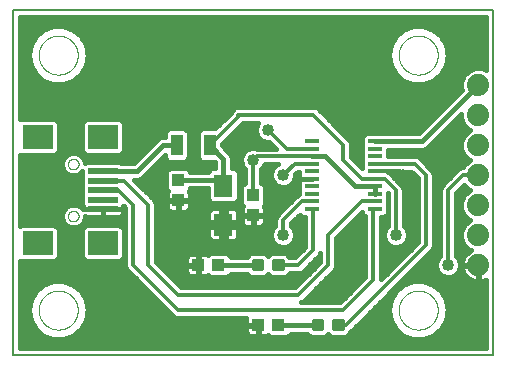
<source format=gtl>
G75*
%MOIN*%
%OFA0B0*%
%FSLAX25Y25*%
%IPPOS*%
%LPD*%
%AMOC8*
5,1,8,0,0,1.08239X$1,22.5*
%
%ADD10C,0.00800*%
%ADD11R,0.03937X0.04331*%
%ADD12R,0.06299X0.07480*%
%ADD13C,0.01181*%
%ADD14R,0.03937X0.07087*%
%ADD15C,0.07400*%
%ADD16R,0.09843X0.01969*%
%ADD17R,0.09843X0.07874*%
%ADD18C,0.00000*%
%ADD19R,0.04331X0.03937*%
%ADD20R,0.04500X0.01500*%
%ADD21C,0.01200*%
%ADD22C,0.01600*%
%ADD23C,0.04000*%
%ADD24C,0.04362*%
D10*
X0088333Y0050000D02*
X0088333Y0164961D01*
X0248333Y0165000D01*
X0248333Y0050000D01*
X0088333Y0050000D01*
D11*
X0168333Y0096654D03*
X0168333Y0103346D03*
X0143333Y0101654D03*
X0143333Y0108346D03*
D12*
X0158333Y0106496D03*
X0158333Y0093504D03*
D13*
X0171259Y0081378D02*
X0171259Y0078622D01*
X0168503Y0078622D01*
X0168503Y0081378D01*
X0171259Y0081378D01*
X0171259Y0079802D02*
X0168503Y0079802D01*
X0168503Y0080982D02*
X0171259Y0080982D01*
X0178164Y0081378D02*
X0178164Y0078622D01*
X0175408Y0078622D01*
X0175408Y0081378D01*
X0178164Y0081378D01*
X0178164Y0079802D02*
X0175408Y0079802D01*
X0175408Y0080982D02*
X0178164Y0080982D01*
X0191259Y0061378D02*
X0191259Y0058622D01*
X0188503Y0058622D01*
X0188503Y0061378D01*
X0191259Y0061378D01*
X0191259Y0059802D02*
X0188503Y0059802D01*
X0188503Y0060982D02*
X0191259Y0060982D01*
X0198164Y0061378D02*
X0198164Y0058622D01*
X0195408Y0058622D01*
X0195408Y0061378D01*
X0198164Y0061378D01*
X0198164Y0059802D02*
X0195408Y0059802D01*
X0195408Y0060982D02*
X0198164Y0060982D01*
D14*
X0153845Y0120000D03*
X0142822Y0120000D03*
D15*
X0243333Y0120000D03*
X0243333Y0110000D03*
X0243333Y0100000D03*
X0243333Y0090000D03*
X0243333Y0080000D03*
X0243333Y0130000D03*
X0243333Y0140000D03*
D16*
X0118176Y0111299D03*
X0118176Y0108150D03*
X0118176Y0105000D03*
X0118176Y0101850D03*
X0118176Y0098701D03*
D17*
X0118176Y0087283D03*
X0096522Y0087283D03*
X0096522Y0122717D03*
X0118176Y0122717D03*
D18*
X0106561Y0113661D02*
X0106563Y0113745D01*
X0106569Y0113828D01*
X0106579Y0113911D01*
X0106593Y0113994D01*
X0106610Y0114076D01*
X0106632Y0114157D01*
X0106657Y0114236D01*
X0106686Y0114315D01*
X0106719Y0114392D01*
X0106755Y0114467D01*
X0106795Y0114541D01*
X0106838Y0114613D01*
X0106885Y0114682D01*
X0106935Y0114749D01*
X0106988Y0114814D01*
X0107044Y0114876D01*
X0107102Y0114936D01*
X0107164Y0114993D01*
X0107228Y0115046D01*
X0107295Y0115097D01*
X0107364Y0115144D01*
X0107435Y0115189D01*
X0107508Y0115229D01*
X0107583Y0115266D01*
X0107660Y0115300D01*
X0107738Y0115330D01*
X0107817Y0115356D01*
X0107898Y0115379D01*
X0107980Y0115397D01*
X0108062Y0115412D01*
X0108145Y0115423D01*
X0108228Y0115430D01*
X0108312Y0115433D01*
X0108396Y0115432D01*
X0108479Y0115427D01*
X0108563Y0115418D01*
X0108645Y0115405D01*
X0108727Y0115389D01*
X0108808Y0115368D01*
X0108889Y0115344D01*
X0108967Y0115316D01*
X0109045Y0115284D01*
X0109121Y0115248D01*
X0109195Y0115209D01*
X0109267Y0115167D01*
X0109337Y0115121D01*
X0109405Y0115072D01*
X0109470Y0115020D01*
X0109533Y0114965D01*
X0109593Y0114907D01*
X0109651Y0114846D01*
X0109705Y0114782D01*
X0109757Y0114716D01*
X0109805Y0114648D01*
X0109850Y0114577D01*
X0109891Y0114504D01*
X0109930Y0114430D01*
X0109964Y0114354D01*
X0109995Y0114276D01*
X0110022Y0114197D01*
X0110046Y0114116D01*
X0110065Y0114035D01*
X0110081Y0113953D01*
X0110093Y0113870D01*
X0110101Y0113786D01*
X0110105Y0113703D01*
X0110105Y0113619D01*
X0110101Y0113536D01*
X0110093Y0113452D01*
X0110081Y0113369D01*
X0110065Y0113287D01*
X0110046Y0113206D01*
X0110022Y0113125D01*
X0109995Y0113046D01*
X0109964Y0112968D01*
X0109930Y0112892D01*
X0109891Y0112818D01*
X0109850Y0112745D01*
X0109805Y0112674D01*
X0109757Y0112606D01*
X0109705Y0112540D01*
X0109651Y0112476D01*
X0109593Y0112415D01*
X0109533Y0112357D01*
X0109470Y0112302D01*
X0109405Y0112250D01*
X0109337Y0112201D01*
X0109267Y0112155D01*
X0109195Y0112113D01*
X0109121Y0112074D01*
X0109045Y0112038D01*
X0108967Y0112006D01*
X0108889Y0111978D01*
X0108808Y0111954D01*
X0108727Y0111933D01*
X0108645Y0111917D01*
X0108563Y0111904D01*
X0108479Y0111895D01*
X0108396Y0111890D01*
X0108312Y0111889D01*
X0108228Y0111892D01*
X0108145Y0111899D01*
X0108062Y0111910D01*
X0107980Y0111925D01*
X0107898Y0111943D01*
X0107817Y0111966D01*
X0107738Y0111992D01*
X0107660Y0112022D01*
X0107583Y0112056D01*
X0107508Y0112093D01*
X0107435Y0112133D01*
X0107364Y0112178D01*
X0107295Y0112225D01*
X0107228Y0112276D01*
X0107164Y0112329D01*
X0107102Y0112386D01*
X0107044Y0112446D01*
X0106988Y0112508D01*
X0106935Y0112573D01*
X0106885Y0112640D01*
X0106838Y0112709D01*
X0106795Y0112781D01*
X0106755Y0112855D01*
X0106719Y0112930D01*
X0106686Y0113007D01*
X0106657Y0113086D01*
X0106632Y0113165D01*
X0106610Y0113246D01*
X0106593Y0113328D01*
X0106579Y0113411D01*
X0106569Y0113494D01*
X0106563Y0113577D01*
X0106561Y0113661D01*
X0106561Y0096339D02*
X0106563Y0096423D01*
X0106569Y0096506D01*
X0106579Y0096589D01*
X0106593Y0096672D01*
X0106610Y0096754D01*
X0106632Y0096835D01*
X0106657Y0096914D01*
X0106686Y0096993D01*
X0106719Y0097070D01*
X0106755Y0097145D01*
X0106795Y0097219D01*
X0106838Y0097291D01*
X0106885Y0097360D01*
X0106935Y0097427D01*
X0106988Y0097492D01*
X0107044Y0097554D01*
X0107102Y0097614D01*
X0107164Y0097671D01*
X0107228Y0097724D01*
X0107295Y0097775D01*
X0107364Y0097822D01*
X0107435Y0097867D01*
X0107508Y0097907D01*
X0107583Y0097944D01*
X0107660Y0097978D01*
X0107738Y0098008D01*
X0107817Y0098034D01*
X0107898Y0098057D01*
X0107980Y0098075D01*
X0108062Y0098090D01*
X0108145Y0098101D01*
X0108228Y0098108D01*
X0108312Y0098111D01*
X0108396Y0098110D01*
X0108479Y0098105D01*
X0108563Y0098096D01*
X0108645Y0098083D01*
X0108727Y0098067D01*
X0108808Y0098046D01*
X0108889Y0098022D01*
X0108967Y0097994D01*
X0109045Y0097962D01*
X0109121Y0097926D01*
X0109195Y0097887D01*
X0109267Y0097845D01*
X0109337Y0097799D01*
X0109405Y0097750D01*
X0109470Y0097698D01*
X0109533Y0097643D01*
X0109593Y0097585D01*
X0109651Y0097524D01*
X0109705Y0097460D01*
X0109757Y0097394D01*
X0109805Y0097326D01*
X0109850Y0097255D01*
X0109891Y0097182D01*
X0109930Y0097108D01*
X0109964Y0097032D01*
X0109995Y0096954D01*
X0110022Y0096875D01*
X0110046Y0096794D01*
X0110065Y0096713D01*
X0110081Y0096631D01*
X0110093Y0096548D01*
X0110101Y0096464D01*
X0110105Y0096381D01*
X0110105Y0096297D01*
X0110101Y0096214D01*
X0110093Y0096130D01*
X0110081Y0096047D01*
X0110065Y0095965D01*
X0110046Y0095884D01*
X0110022Y0095803D01*
X0109995Y0095724D01*
X0109964Y0095646D01*
X0109930Y0095570D01*
X0109891Y0095496D01*
X0109850Y0095423D01*
X0109805Y0095352D01*
X0109757Y0095284D01*
X0109705Y0095218D01*
X0109651Y0095154D01*
X0109593Y0095093D01*
X0109533Y0095035D01*
X0109470Y0094980D01*
X0109405Y0094928D01*
X0109337Y0094879D01*
X0109267Y0094833D01*
X0109195Y0094791D01*
X0109121Y0094752D01*
X0109045Y0094716D01*
X0108967Y0094684D01*
X0108889Y0094656D01*
X0108808Y0094632D01*
X0108727Y0094611D01*
X0108645Y0094595D01*
X0108563Y0094582D01*
X0108479Y0094573D01*
X0108396Y0094568D01*
X0108312Y0094567D01*
X0108228Y0094570D01*
X0108145Y0094577D01*
X0108062Y0094588D01*
X0107980Y0094603D01*
X0107898Y0094621D01*
X0107817Y0094644D01*
X0107738Y0094670D01*
X0107660Y0094700D01*
X0107583Y0094734D01*
X0107508Y0094771D01*
X0107435Y0094811D01*
X0107364Y0094856D01*
X0107295Y0094903D01*
X0107228Y0094954D01*
X0107164Y0095007D01*
X0107102Y0095064D01*
X0107044Y0095124D01*
X0106988Y0095186D01*
X0106935Y0095251D01*
X0106885Y0095318D01*
X0106838Y0095387D01*
X0106795Y0095459D01*
X0106755Y0095533D01*
X0106719Y0095608D01*
X0106686Y0095685D01*
X0106657Y0095764D01*
X0106632Y0095843D01*
X0106610Y0095924D01*
X0106593Y0096006D01*
X0106579Y0096089D01*
X0106569Y0096172D01*
X0106563Y0096255D01*
X0106561Y0096339D01*
X0096833Y0065000D02*
X0096835Y0065161D01*
X0096841Y0065321D01*
X0096851Y0065482D01*
X0096865Y0065642D01*
X0096883Y0065802D01*
X0096904Y0065961D01*
X0096930Y0066120D01*
X0096960Y0066278D01*
X0096993Y0066435D01*
X0097031Y0066592D01*
X0097072Y0066747D01*
X0097117Y0066901D01*
X0097166Y0067054D01*
X0097219Y0067206D01*
X0097275Y0067357D01*
X0097336Y0067506D01*
X0097399Y0067654D01*
X0097467Y0067800D01*
X0097538Y0067944D01*
X0097612Y0068086D01*
X0097690Y0068227D01*
X0097772Y0068365D01*
X0097857Y0068502D01*
X0097945Y0068636D01*
X0098037Y0068768D01*
X0098132Y0068898D01*
X0098230Y0069026D01*
X0098331Y0069151D01*
X0098435Y0069273D01*
X0098542Y0069393D01*
X0098652Y0069510D01*
X0098765Y0069625D01*
X0098881Y0069736D01*
X0099000Y0069845D01*
X0099121Y0069950D01*
X0099245Y0070053D01*
X0099371Y0070153D01*
X0099499Y0070249D01*
X0099630Y0070342D01*
X0099764Y0070432D01*
X0099899Y0070519D01*
X0100037Y0070602D01*
X0100176Y0070682D01*
X0100318Y0070758D01*
X0100461Y0070831D01*
X0100606Y0070900D01*
X0100753Y0070966D01*
X0100901Y0071028D01*
X0101051Y0071086D01*
X0101202Y0071141D01*
X0101355Y0071192D01*
X0101509Y0071239D01*
X0101664Y0071282D01*
X0101820Y0071321D01*
X0101976Y0071357D01*
X0102134Y0071388D01*
X0102292Y0071416D01*
X0102451Y0071440D01*
X0102611Y0071460D01*
X0102771Y0071476D01*
X0102931Y0071488D01*
X0103092Y0071496D01*
X0103253Y0071500D01*
X0103413Y0071500D01*
X0103574Y0071496D01*
X0103735Y0071488D01*
X0103895Y0071476D01*
X0104055Y0071460D01*
X0104215Y0071440D01*
X0104374Y0071416D01*
X0104532Y0071388D01*
X0104690Y0071357D01*
X0104846Y0071321D01*
X0105002Y0071282D01*
X0105157Y0071239D01*
X0105311Y0071192D01*
X0105464Y0071141D01*
X0105615Y0071086D01*
X0105765Y0071028D01*
X0105913Y0070966D01*
X0106060Y0070900D01*
X0106205Y0070831D01*
X0106348Y0070758D01*
X0106490Y0070682D01*
X0106629Y0070602D01*
X0106767Y0070519D01*
X0106902Y0070432D01*
X0107036Y0070342D01*
X0107167Y0070249D01*
X0107295Y0070153D01*
X0107421Y0070053D01*
X0107545Y0069950D01*
X0107666Y0069845D01*
X0107785Y0069736D01*
X0107901Y0069625D01*
X0108014Y0069510D01*
X0108124Y0069393D01*
X0108231Y0069273D01*
X0108335Y0069151D01*
X0108436Y0069026D01*
X0108534Y0068898D01*
X0108629Y0068768D01*
X0108721Y0068636D01*
X0108809Y0068502D01*
X0108894Y0068365D01*
X0108976Y0068227D01*
X0109054Y0068086D01*
X0109128Y0067944D01*
X0109199Y0067800D01*
X0109267Y0067654D01*
X0109330Y0067506D01*
X0109391Y0067357D01*
X0109447Y0067206D01*
X0109500Y0067054D01*
X0109549Y0066901D01*
X0109594Y0066747D01*
X0109635Y0066592D01*
X0109673Y0066435D01*
X0109706Y0066278D01*
X0109736Y0066120D01*
X0109762Y0065961D01*
X0109783Y0065802D01*
X0109801Y0065642D01*
X0109815Y0065482D01*
X0109825Y0065321D01*
X0109831Y0065161D01*
X0109833Y0065000D01*
X0109831Y0064839D01*
X0109825Y0064679D01*
X0109815Y0064518D01*
X0109801Y0064358D01*
X0109783Y0064198D01*
X0109762Y0064039D01*
X0109736Y0063880D01*
X0109706Y0063722D01*
X0109673Y0063565D01*
X0109635Y0063408D01*
X0109594Y0063253D01*
X0109549Y0063099D01*
X0109500Y0062946D01*
X0109447Y0062794D01*
X0109391Y0062643D01*
X0109330Y0062494D01*
X0109267Y0062346D01*
X0109199Y0062200D01*
X0109128Y0062056D01*
X0109054Y0061914D01*
X0108976Y0061773D01*
X0108894Y0061635D01*
X0108809Y0061498D01*
X0108721Y0061364D01*
X0108629Y0061232D01*
X0108534Y0061102D01*
X0108436Y0060974D01*
X0108335Y0060849D01*
X0108231Y0060727D01*
X0108124Y0060607D01*
X0108014Y0060490D01*
X0107901Y0060375D01*
X0107785Y0060264D01*
X0107666Y0060155D01*
X0107545Y0060050D01*
X0107421Y0059947D01*
X0107295Y0059847D01*
X0107167Y0059751D01*
X0107036Y0059658D01*
X0106902Y0059568D01*
X0106767Y0059481D01*
X0106629Y0059398D01*
X0106490Y0059318D01*
X0106348Y0059242D01*
X0106205Y0059169D01*
X0106060Y0059100D01*
X0105913Y0059034D01*
X0105765Y0058972D01*
X0105615Y0058914D01*
X0105464Y0058859D01*
X0105311Y0058808D01*
X0105157Y0058761D01*
X0105002Y0058718D01*
X0104846Y0058679D01*
X0104690Y0058643D01*
X0104532Y0058612D01*
X0104374Y0058584D01*
X0104215Y0058560D01*
X0104055Y0058540D01*
X0103895Y0058524D01*
X0103735Y0058512D01*
X0103574Y0058504D01*
X0103413Y0058500D01*
X0103253Y0058500D01*
X0103092Y0058504D01*
X0102931Y0058512D01*
X0102771Y0058524D01*
X0102611Y0058540D01*
X0102451Y0058560D01*
X0102292Y0058584D01*
X0102134Y0058612D01*
X0101976Y0058643D01*
X0101820Y0058679D01*
X0101664Y0058718D01*
X0101509Y0058761D01*
X0101355Y0058808D01*
X0101202Y0058859D01*
X0101051Y0058914D01*
X0100901Y0058972D01*
X0100753Y0059034D01*
X0100606Y0059100D01*
X0100461Y0059169D01*
X0100318Y0059242D01*
X0100176Y0059318D01*
X0100037Y0059398D01*
X0099899Y0059481D01*
X0099764Y0059568D01*
X0099630Y0059658D01*
X0099499Y0059751D01*
X0099371Y0059847D01*
X0099245Y0059947D01*
X0099121Y0060050D01*
X0099000Y0060155D01*
X0098881Y0060264D01*
X0098765Y0060375D01*
X0098652Y0060490D01*
X0098542Y0060607D01*
X0098435Y0060727D01*
X0098331Y0060849D01*
X0098230Y0060974D01*
X0098132Y0061102D01*
X0098037Y0061232D01*
X0097945Y0061364D01*
X0097857Y0061498D01*
X0097772Y0061635D01*
X0097690Y0061773D01*
X0097612Y0061914D01*
X0097538Y0062056D01*
X0097467Y0062200D01*
X0097399Y0062346D01*
X0097336Y0062494D01*
X0097275Y0062643D01*
X0097219Y0062794D01*
X0097166Y0062946D01*
X0097117Y0063099D01*
X0097072Y0063253D01*
X0097031Y0063408D01*
X0096993Y0063565D01*
X0096960Y0063722D01*
X0096930Y0063880D01*
X0096904Y0064039D01*
X0096883Y0064198D01*
X0096865Y0064358D01*
X0096851Y0064518D01*
X0096841Y0064679D01*
X0096835Y0064839D01*
X0096833Y0065000D01*
X0216833Y0065000D02*
X0216835Y0065161D01*
X0216841Y0065321D01*
X0216851Y0065482D01*
X0216865Y0065642D01*
X0216883Y0065802D01*
X0216904Y0065961D01*
X0216930Y0066120D01*
X0216960Y0066278D01*
X0216993Y0066435D01*
X0217031Y0066592D01*
X0217072Y0066747D01*
X0217117Y0066901D01*
X0217166Y0067054D01*
X0217219Y0067206D01*
X0217275Y0067357D01*
X0217336Y0067506D01*
X0217399Y0067654D01*
X0217467Y0067800D01*
X0217538Y0067944D01*
X0217612Y0068086D01*
X0217690Y0068227D01*
X0217772Y0068365D01*
X0217857Y0068502D01*
X0217945Y0068636D01*
X0218037Y0068768D01*
X0218132Y0068898D01*
X0218230Y0069026D01*
X0218331Y0069151D01*
X0218435Y0069273D01*
X0218542Y0069393D01*
X0218652Y0069510D01*
X0218765Y0069625D01*
X0218881Y0069736D01*
X0219000Y0069845D01*
X0219121Y0069950D01*
X0219245Y0070053D01*
X0219371Y0070153D01*
X0219499Y0070249D01*
X0219630Y0070342D01*
X0219764Y0070432D01*
X0219899Y0070519D01*
X0220037Y0070602D01*
X0220176Y0070682D01*
X0220318Y0070758D01*
X0220461Y0070831D01*
X0220606Y0070900D01*
X0220753Y0070966D01*
X0220901Y0071028D01*
X0221051Y0071086D01*
X0221202Y0071141D01*
X0221355Y0071192D01*
X0221509Y0071239D01*
X0221664Y0071282D01*
X0221820Y0071321D01*
X0221976Y0071357D01*
X0222134Y0071388D01*
X0222292Y0071416D01*
X0222451Y0071440D01*
X0222611Y0071460D01*
X0222771Y0071476D01*
X0222931Y0071488D01*
X0223092Y0071496D01*
X0223253Y0071500D01*
X0223413Y0071500D01*
X0223574Y0071496D01*
X0223735Y0071488D01*
X0223895Y0071476D01*
X0224055Y0071460D01*
X0224215Y0071440D01*
X0224374Y0071416D01*
X0224532Y0071388D01*
X0224690Y0071357D01*
X0224846Y0071321D01*
X0225002Y0071282D01*
X0225157Y0071239D01*
X0225311Y0071192D01*
X0225464Y0071141D01*
X0225615Y0071086D01*
X0225765Y0071028D01*
X0225913Y0070966D01*
X0226060Y0070900D01*
X0226205Y0070831D01*
X0226348Y0070758D01*
X0226490Y0070682D01*
X0226629Y0070602D01*
X0226767Y0070519D01*
X0226902Y0070432D01*
X0227036Y0070342D01*
X0227167Y0070249D01*
X0227295Y0070153D01*
X0227421Y0070053D01*
X0227545Y0069950D01*
X0227666Y0069845D01*
X0227785Y0069736D01*
X0227901Y0069625D01*
X0228014Y0069510D01*
X0228124Y0069393D01*
X0228231Y0069273D01*
X0228335Y0069151D01*
X0228436Y0069026D01*
X0228534Y0068898D01*
X0228629Y0068768D01*
X0228721Y0068636D01*
X0228809Y0068502D01*
X0228894Y0068365D01*
X0228976Y0068227D01*
X0229054Y0068086D01*
X0229128Y0067944D01*
X0229199Y0067800D01*
X0229267Y0067654D01*
X0229330Y0067506D01*
X0229391Y0067357D01*
X0229447Y0067206D01*
X0229500Y0067054D01*
X0229549Y0066901D01*
X0229594Y0066747D01*
X0229635Y0066592D01*
X0229673Y0066435D01*
X0229706Y0066278D01*
X0229736Y0066120D01*
X0229762Y0065961D01*
X0229783Y0065802D01*
X0229801Y0065642D01*
X0229815Y0065482D01*
X0229825Y0065321D01*
X0229831Y0065161D01*
X0229833Y0065000D01*
X0229831Y0064839D01*
X0229825Y0064679D01*
X0229815Y0064518D01*
X0229801Y0064358D01*
X0229783Y0064198D01*
X0229762Y0064039D01*
X0229736Y0063880D01*
X0229706Y0063722D01*
X0229673Y0063565D01*
X0229635Y0063408D01*
X0229594Y0063253D01*
X0229549Y0063099D01*
X0229500Y0062946D01*
X0229447Y0062794D01*
X0229391Y0062643D01*
X0229330Y0062494D01*
X0229267Y0062346D01*
X0229199Y0062200D01*
X0229128Y0062056D01*
X0229054Y0061914D01*
X0228976Y0061773D01*
X0228894Y0061635D01*
X0228809Y0061498D01*
X0228721Y0061364D01*
X0228629Y0061232D01*
X0228534Y0061102D01*
X0228436Y0060974D01*
X0228335Y0060849D01*
X0228231Y0060727D01*
X0228124Y0060607D01*
X0228014Y0060490D01*
X0227901Y0060375D01*
X0227785Y0060264D01*
X0227666Y0060155D01*
X0227545Y0060050D01*
X0227421Y0059947D01*
X0227295Y0059847D01*
X0227167Y0059751D01*
X0227036Y0059658D01*
X0226902Y0059568D01*
X0226767Y0059481D01*
X0226629Y0059398D01*
X0226490Y0059318D01*
X0226348Y0059242D01*
X0226205Y0059169D01*
X0226060Y0059100D01*
X0225913Y0059034D01*
X0225765Y0058972D01*
X0225615Y0058914D01*
X0225464Y0058859D01*
X0225311Y0058808D01*
X0225157Y0058761D01*
X0225002Y0058718D01*
X0224846Y0058679D01*
X0224690Y0058643D01*
X0224532Y0058612D01*
X0224374Y0058584D01*
X0224215Y0058560D01*
X0224055Y0058540D01*
X0223895Y0058524D01*
X0223735Y0058512D01*
X0223574Y0058504D01*
X0223413Y0058500D01*
X0223253Y0058500D01*
X0223092Y0058504D01*
X0222931Y0058512D01*
X0222771Y0058524D01*
X0222611Y0058540D01*
X0222451Y0058560D01*
X0222292Y0058584D01*
X0222134Y0058612D01*
X0221976Y0058643D01*
X0221820Y0058679D01*
X0221664Y0058718D01*
X0221509Y0058761D01*
X0221355Y0058808D01*
X0221202Y0058859D01*
X0221051Y0058914D01*
X0220901Y0058972D01*
X0220753Y0059034D01*
X0220606Y0059100D01*
X0220461Y0059169D01*
X0220318Y0059242D01*
X0220176Y0059318D01*
X0220037Y0059398D01*
X0219899Y0059481D01*
X0219764Y0059568D01*
X0219630Y0059658D01*
X0219499Y0059751D01*
X0219371Y0059847D01*
X0219245Y0059947D01*
X0219121Y0060050D01*
X0219000Y0060155D01*
X0218881Y0060264D01*
X0218765Y0060375D01*
X0218652Y0060490D01*
X0218542Y0060607D01*
X0218435Y0060727D01*
X0218331Y0060849D01*
X0218230Y0060974D01*
X0218132Y0061102D01*
X0218037Y0061232D01*
X0217945Y0061364D01*
X0217857Y0061498D01*
X0217772Y0061635D01*
X0217690Y0061773D01*
X0217612Y0061914D01*
X0217538Y0062056D01*
X0217467Y0062200D01*
X0217399Y0062346D01*
X0217336Y0062494D01*
X0217275Y0062643D01*
X0217219Y0062794D01*
X0217166Y0062946D01*
X0217117Y0063099D01*
X0217072Y0063253D01*
X0217031Y0063408D01*
X0216993Y0063565D01*
X0216960Y0063722D01*
X0216930Y0063880D01*
X0216904Y0064039D01*
X0216883Y0064198D01*
X0216865Y0064358D01*
X0216851Y0064518D01*
X0216841Y0064679D01*
X0216835Y0064839D01*
X0216833Y0065000D01*
X0216833Y0150000D02*
X0216835Y0150161D01*
X0216841Y0150321D01*
X0216851Y0150482D01*
X0216865Y0150642D01*
X0216883Y0150802D01*
X0216904Y0150961D01*
X0216930Y0151120D01*
X0216960Y0151278D01*
X0216993Y0151435D01*
X0217031Y0151592D01*
X0217072Y0151747D01*
X0217117Y0151901D01*
X0217166Y0152054D01*
X0217219Y0152206D01*
X0217275Y0152357D01*
X0217336Y0152506D01*
X0217399Y0152654D01*
X0217467Y0152800D01*
X0217538Y0152944D01*
X0217612Y0153086D01*
X0217690Y0153227D01*
X0217772Y0153365D01*
X0217857Y0153502D01*
X0217945Y0153636D01*
X0218037Y0153768D01*
X0218132Y0153898D01*
X0218230Y0154026D01*
X0218331Y0154151D01*
X0218435Y0154273D01*
X0218542Y0154393D01*
X0218652Y0154510D01*
X0218765Y0154625D01*
X0218881Y0154736D01*
X0219000Y0154845D01*
X0219121Y0154950D01*
X0219245Y0155053D01*
X0219371Y0155153D01*
X0219499Y0155249D01*
X0219630Y0155342D01*
X0219764Y0155432D01*
X0219899Y0155519D01*
X0220037Y0155602D01*
X0220176Y0155682D01*
X0220318Y0155758D01*
X0220461Y0155831D01*
X0220606Y0155900D01*
X0220753Y0155966D01*
X0220901Y0156028D01*
X0221051Y0156086D01*
X0221202Y0156141D01*
X0221355Y0156192D01*
X0221509Y0156239D01*
X0221664Y0156282D01*
X0221820Y0156321D01*
X0221976Y0156357D01*
X0222134Y0156388D01*
X0222292Y0156416D01*
X0222451Y0156440D01*
X0222611Y0156460D01*
X0222771Y0156476D01*
X0222931Y0156488D01*
X0223092Y0156496D01*
X0223253Y0156500D01*
X0223413Y0156500D01*
X0223574Y0156496D01*
X0223735Y0156488D01*
X0223895Y0156476D01*
X0224055Y0156460D01*
X0224215Y0156440D01*
X0224374Y0156416D01*
X0224532Y0156388D01*
X0224690Y0156357D01*
X0224846Y0156321D01*
X0225002Y0156282D01*
X0225157Y0156239D01*
X0225311Y0156192D01*
X0225464Y0156141D01*
X0225615Y0156086D01*
X0225765Y0156028D01*
X0225913Y0155966D01*
X0226060Y0155900D01*
X0226205Y0155831D01*
X0226348Y0155758D01*
X0226490Y0155682D01*
X0226629Y0155602D01*
X0226767Y0155519D01*
X0226902Y0155432D01*
X0227036Y0155342D01*
X0227167Y0155249D01*
X0227295Y0155153D01*
X0227421Y0155053D01*
X0227545Y0154950D01*
X0227666Y0154845D01*
X0227785Y0154736D01*
X0227901Y0154625D01*
X0228014Y0154510D01*
X0228124Y0154393D01*
X0228231Y0154273D01*
X0228335Y0154151D01*
X0228436Y0154026D01*
X0228534Y0153898D01*
X0228629Y0153768D01*
X0228721Y0153636D01*
X0228809Y0153502D01*
X0228894Y0153365D01*
X0228976Y0153227D01*
X0229054Y0153086D01*
X0229128Y0152944D01*
X0229199Y0152800D01*
X0229267Y0152654D01*
X0229330Y0152506D01*
X0229391Y0152357D01*
X0229447Y0152206D01*
X0229500Y0152054D01*
X0229549Y0151901D01*
X0229594Y0151747D01*
X0229635Y0151592D01*
X0229673Y0151435D01*
X0229706Y0151278D01*
X0229736Y0151120D01*
X0229762Y0150961D01*
X0229783Y0150802D01*
X0229801Y0150642D01*
X0229815Y0150482D01*
X0229825Y0150321D01*
X0229831Y0150161D01*
X0229833Y0150000D01*
X0229831Y0149839D01*
X0229825Y0149679D01*
X0229815Y0149518D01*
X0229801Y0149358D01*
X0229783Y0149198D01*
X0229762Y0149039D01*
X0229736Y0148880D01*
X0229706Y0148722D01*
X0229673Y0148565D01*
X0229635Y0148408D01*
X0229594Y0148253D01*
X0229549Y0148099D01*
X0229500Y0147946D01*
X0229447Y0147794D01*
X0229391Y0147643D01*
X0229330Y0147494D01*
X0229267Y0147346D01*
X0229199Y0147200D01*
X0229128Y0147056D01*
X0229054Y0146914D01*
X0228976Y0146773D01*
X0228894Y0146635D01*
X0228809Y0146498D01*
X0228721Y0146364D01*
X0228629Y0146232D01*
X0228534Y0146102D01*
X0228436Y0145974D01*
X0228335Y0145849D01*
X0228231Y0145727D01*
X0228124Y0145607D01*
X0228014Y0145490D01*
X0227901Y0145375D01*
X0227785Y0145264D01*
X0227666Y0145155D01*
X0227545Y0145050D01*
X0227421Y0144947D01*
X0227295Y0144847D01*
X0227167Y0144751D01*
X0227036Y0144658D01*
X0226902Y0144568D01*
X0226767Y0144481D01*
X0226629Y0144398D01*
X0226490Y0144318D01*
X0226348Y0144242D01*
X0226205Y0144169D01*
X0226060Y0144100D01*
X0225913Y0144034D01*
X0225765Y0143972D01*
X0225615Y0143914D01*
X0225464Y0143859D01*
X0225311Y0143808D01*
X0225157Y0143761D01*
X0225002Y0143718D01*
X0224846Y0143679D01*
X0224690Y0143643D01*
X0224532Y0143612D01*
X0224374Y0143584D01*
X0224215Y0143560D01*
X0224055Y0143540D01*
X0223895Y0143524D01*
X0223735Y0143512D01*
X0223574Y0143504D01*
X0223413Y0143500D01*
X0223253Y0143500D01*
X0223092Y0143504D01*
X0222931Y0143512D01*
X0222771Y0143524D01*
X0222611Y0143540D01*
X0222451Y0143560D01*
X0222292Y0143584D01*
X0222134Y0143612D01*
X0221976Y0143643D01*
X0221820Y0143679D01*
X0221664Y0143718D01*
X0221509Y0143761D01*
X0221355Y0143808D01*
X0221202Y0143859D01*
X0221051Y0143914D01*
X0220901Y0143972D01*
X0220753Y0144034D01*
X0220606Y0144100D01*
X0220461Y0144169D01*
X0220318Y0144242D01*
X0220176Y0144318D01*
X0220037Y0144398D01*
X0219899Y0144481D01*
X0219764Y0144568D01*
X0219630Y0144658D01*
X0219499Y0144751D01*
X0219371Y0144847D01*
X0219245Y0144947D01*
X0219121Y0145050D01*
X0219000Y0145155D01*
X0218881Y0145264D01*
X0218765Y0145375D01*
X0218652Y0145490D01*
X0218542Y0145607D01*
X0218435Y0145727D01*
X0218331Y0145849D01*
X0218230Y0145974D01*
X0218132Y0146102D01*
X0218037Y0146232D01*
X0217945Y0146364D01*
X0217857Y0146498D01*
X0217772Y0146635D01*
X0217690Y0146773D01*
X0217612Y0146914D01*
X0217538Y0147056D01*
X0217467Y0147200D01*
X0217399Y0147346D01*
X0217336Y0147494D01*
X0217275Y0147643D01*
X0217219Y0147794D01*
X0217166Y0147946D01*
X0217117Y0148099D01*
X0217072Y0148253D01*
X0217031Y0148408D01*
X0216993Y0148565D01*
X0216960Y0148722D01*
X0216930Y0148880D01*
X0216904Y0149039D01*
X0216883Y0149198D01*
X0216865Y0149358D01*
X0216851Y0149518D01*
X0216841Y0149679D01*
X0216835Y0149839D01*
X0216833Y0150000D01*
X0096833Y0150000D02*
X0096835Y0150161D01*
X0096841Y0150321D01*
X0096851Y0150482D01*
X0096865Y0150642D01*
X0096883Y0150802D01*
X0096904Y0150961D01*
X0096930Y0151120D01*
X0096960Y0151278D01*
X0096993Y0151435D01*
X0097031Y0151592D01*
X0097072Y0151747D01*
X0097117Y0151901D01*
X0097166Y0152054D01*
X0097219Y0152206D01*
X0097275Y0152357D01*
X0097336Y0152506D01*
X0097399Y0152654D01*
X0097467Y0152800D01*
X0097538Y0152944D01*
X0097612Y0153086D01*
X0097690Y0153227D01*
X0097772Y0153365D01*
X0097857Y0153502D01*
X0097945Y0153636D01*
X0098037Y0153768D01*
X0098132Y0153898D01*
X0098230Y0154026D01*
X0098331Y0154151D01*
X0098435Y0154273D01*
X0098542Y0154393D01*
X0098652Y0154510D01*
X0098765Y0154625D01*
X0098881Y0154736D01*
X0099000Y0154845D01*
X0099121Y0154950D01*
X0099245Y0155053D01*
X0099371Y0155153D01*
X0099499Y0155249D01*
X0099630Y0155342D01*
X0099764Y0155432D01*
X0099899Y0155519D01*
X0100037Y0155602D01*
X0100176Y0155682D01*
X0100318Y0155758D01*
X0100461Y0155831D01*
X0100606Y0155900D01*
X0100753Y0155966D01*
X0100901Y0156028D01*
X0101051Y0156086D01*
X0101202Y0156141D01*
X0101355Y0156192D01*
X0101509Y0156239D01*
X0101664Y0156282D01*
X0101820Y0156321D01*
X0101976Y0156357D01*
X0102134Y0156388D01*
X0102292Y0156416D01*
X0102451Y0156440D01*
X0102611Y0156460D01*
X0102771Y0156476D01*
X0102931Y0156488D01*
X0103092Y0156496D01*
X0103253Y0156500D01*
X0103413Y0156500D01*
X0103574Y0156496D01*
X0103735Y0156488D01*
X0103895Y0156476D01*
X0104055Y0156460D01*
X0104215Y0156440D01*
X0104374Y0156416D01*
X0104532Y0156388D01*
X0104690Y0156357D01*
X0104846Y0156321D01*
X0105002Y0156282D01*
X0105157Y0156239D01*
X0105311Y0156192D01*
X0105464Y0156141D01*
X0105615Y0156086D01*
X0105765Y0156028D01*
X0105913Y0155966D01*
X0106060Y0155900D01*
X0106205Y0155831D01*
X0106348Y0155758D01*
X0106490Y0155682D01*
X0106629Y0155602D01*
X0106767Y0155519D01*
X0106902Y0155432D01*
X0107036Y0155342D01*
X0107167Y0155249D01*
X0107295Y0155153D01*
X0107421Y0155053D01*
X0107545Y0154950D01*
X0107666Y0154845D01*
X0107785Y0154736D01*
X0107901Y0154625D01*
X0108014Y0154510D01*
X0108124Y0154393D01*
X0108231Y0154273D01*
X0108335Y0154151D01*
X0108436Y0154026D01*
X0108534Y0153898D01*
X0108629Y0153768D01*
X0108721Y0153636D01*
X0108809Y0153502D01*
X0108894Y0153365D01*
X0108976Y0153227D01*
X0109054Y0153086D01*
X0109128Y0152944D01*
X0109199Y0152800D01*
X0109267Y0152654D01*
X0109330Y0152506D01*
X0109391Y0152357D01*
X0109447Y0152206D01*
X0109500Y0152054D01*
X0109549Y0151901D01*
X0109594Y0151747D01*
X0109635Y0151592D01*
X0109673Y0151435D01*
X0109706Y0151278D01*
X0109736Y0151120D01*
X0109762Y0150961D01*
X0109783Y0150802D01*
X0109801Y0150642D01*
X0109815Y0150482D01*
X0109825Y0150321D01*
X0109831Y0150161D01*
X0109833Y0150000D01*
X0109831Y0149839D01*
X0109825Y0149679D01*
X0109815Y0149518D01*
X0109801Y0149358D01*
X0109783Y0149198D01*
X0109762Y0149039D01*
X0109736Y0148880D01*
X0109706Y0148722D01*
X0109673Y0148565D01*
X0109635Y0148408D01*
X0109594Y0148253D01*
X0109549Y0148099D01*
X0109500Y0147946D01*
X0109447Y0147794D01*
X0109391Y0147643D01*
X0109330Y0147494D01*
X0109267Y0147346D01*
X0109199Y0147200D01*
X0109128Y0147056D01*
X0109054Y0146914D01*
X0108976Y0146773D01*
X0108894Y0146635D01*
X0108809Y0146498D01*
X0108721Y0146364D01*
X0108629Y0146232D01*
X0108534Y0146102D01*
X0108436Y0145974D01*
X0108335Y0145849D01*
X0108231Y0145727D01*
X0108124Y0145607D01*
X0108014Y0145490D01*
X0107901Y0145375D01*
X0107785Y0145264D01*
X0107666Y0145155D01*
X0107545Y0145050D01*
X0107421Y0144947D01*
X0107295Y0144847D01*
X0107167Y0144751D01*
X0107036Y0144658D01*
X0106902Y0144568D01*
X0106767Y0144481D01*
X0106629Y0144398D01*
X0106490Y0144318D01*
X0106348Y0144242D01*
X0106205Y0144169D01*
X0106060Y0144100D01*
X0105913Y0144034D01*
X0105765Y0143972D01*
X0105615Y0143914D01*
X0105464Y0143859D01*
X0105311Y0143808D01*
X0105157Y0143761D01*
X0105002Y0143718D01*
X0104846Y0143679D01*
X0104690Y0143643D01*
X0104532Y0143612D01*
X0104374Y0143584D01*
X0104215Y0143560D01*
X0104055Y0143540D01*
X0103895Y0143524D01*
X0103735Y0143512D01*
X0103574Y0143504D01*
X0103413Y0143500D01*
X0103253Y0143500D01*
X0103092Y0143504D01*
X0102931Y0143512D01*
X0102771Y0143524D01*
X0102611Y0143540D01*
X0102451Y0143560D01*
X0102292Y0143584D01*
X0102134Y0143612D01*
X0101976Y0143643D01*
X0101820Y0143679D01*
X0101664Y0143718D01*
X0101509Y0143761D01*
X0101355Y0143808D01*
X0101202Y0143859D01*
X0101051Y0143914D01*
X0100901Y0143972D01*
X0100753Y0144034D01*
X0100606Y0144100D01*
X0100461Y0144169D01*
X0100318Y0144242D01*
X0100176Y0144318D01*
X0100037Y0144398D01*
X0099899Y0144481D01*
X0099764Y0144568D01*
X0099630Y0144658D01*
X0099499Y0144751D01*
X0099371Y0144847D01*
X0099245Y0144947D01*
X0099121Y0145050D01*
X0099000Y0145155D01*
X0098881Y0145264D01*
X0098765Y0145375D01*
X0098652Y0145490D01*
X0098542Y0145607D01*
X0098435Y0145727D01*
X0098331Y0145849D01*
X0098230Y0145974D01*
X0098132Y0146102D01*
X0098037Y0146232D01*
X0097945Y0146364D01*
X0097857Y0146498D01*
X0097772Y0146635D01*
X0097690Y0146773D01*
X0097612Y0146914D01*
X0097538Y0147056D01*
X0097467Y0147200D01*
X0097399Y0147346D01*
X0097336Y0147494D01*
X0097275Y0147643D01*
X0097219Y0147794D01*
X0097166Y0147946D01*
X0097117Y0148099D01*
X0097072Y0148253D01*
X0097031Y0148408D01*
X0096993Y0148565D01*
X0096960Y0148722D01*
X0096930Y0148880D01*
X0096904Y0149039D01*
X0096883Y0149198D01*
X0096865Y0149358D01*
X0096851Y0149518D01*
X0096841Y0149679D01*
X0096835Y0149839D01*
X0096833Y0150000D01*
D19*
X0149987Y0080000D03*
X0156680Y0080000D03*
X0169987Y0060000D03*
X0176680Y0060000D03*
D20*
X0187783Y0098750D03*
X0187783Y0101250D03*
X0187783Y0103750D03*
X0187783Y0106250D03*
X0187783Y0108750D03*
X0187783Y0111250D03*
X0187783Y0113750D03*
X0187783Y0116250D03*
X0187783Y0118750D03*
X0187783Y0121250D03*
X0208883Y0121250D03*
X0208883Y0118750D03*
X0208883Y0116250D03*
X0208883Y0113750D03*
X0208883Y0111250D03*
X0208883Y0108750D03*
X0208883Y0106250D03*
X0208883Y0103750D03*
X0208883Y0101250D03*
X0208883Y0098750D03*
D21*
X0208333Y0098200D01*
X0208333Y0075000D01*
X0198333Y0065000D01*
X0143333Y0065000D01*
X0128333Y0080000D01*
X0128333Y0100000D01*
X0123333Y0105000D01*
X0118176Y0105000D01*
X0118176Y0108150D02*
X0125184Y0108150D01*
X0133333Y0100000D01*
X0133333Y0080000D01*
X0143333Y0070000D01*
X0183333Y0070000D01*
X0193333Y0080000D01*
X0193333Y0090000D01*
X0204583Y0101250D01*
X0208883Y0101250D01*
X0215833Y0105000D02*
X0212083Y0108750D01*
X0208883Y0108750D01*
X0204583Y0108750D01*
X0198333Y0115000D01*
X0198333Y0120000D01*
X0188333Y0130000D01*
X0163333Y0130000D01*
X0163333Y0129488D01*
X0153845Y0120000D01*
X0168333Y0115000D02*
X0168333Y0103346D01*
X0178333Y0095000D02*
X0184583Y0101250D01*
X0187783Y0101250D01*
X0187783Y0098750D02*
X0188333Y0098200D01*
X0188333Y0085000D01*
X0183333Y0080000D01*
X0176786Y0080000D01*
X0178333Y0090000D02*
X0178333Y0095000D01*
X0178333Y0110000D02*
X0182083Y0113750D01*
X0187783Y0113750D01*
X0187783Y0116250D02*
X0169583Y0116250D01*
X0168333Y0115000D01*
X0173333Y0125000D02*
X0179583Y0118750D01*
X0187783Y0118750D01*
X0208883Y0113750D02*
X0222083Y0113750D01*
X0225833Y0110000D01*
X0225833Y0086547D01*
X0199286Y0060000D01*
X0196786Y0060000D01*
X0233333Y0080000D02*
X0233333Y0105000D01*
X0238333Y0110000D01*
X0243333Y0110000D01*
X0218333Y0110000D02*
X0217083Y0111250D01*
X0208883Y0111250D01*
X0215833Y0105000D02*
X0215833Y0090000D01*
D22*
X0212150Y0091561D02*
X0210933Y0091561D01*
X0211833Y0090796D02*
X0212442Y0092266D01*
X0213233Y0093057D01*
X0213233Y0103923D01*
X0213133Y0104023D01*
X0213133Y0097172D01*
X0211962Y0096000D01*
X0210933Y0096000D01*
X0210933Y0075324D01*
X0223233Y0087624D01*
X0223233Y0108923D01*
X0221006Y0111150D01*
X0213083Y0111150D01*
X0213556Y0110954D01*
X0214287Y0110223D01*
X0218037Y0106473D01*
X0218433Y0105517D01*
X0218433Y0093057D01*
X0219224Y0092266D01*
X0219833Y0090796D01*
X0219833Y0089204D01*
X0219224Y0087734D01*
X0218099Y0086609D01*
X0216629Y0086000D01*
X0215038Y0086000D01*
X0213568Y0086609D01*
X0212442Y0087734D01*
X0211833Y0089204D01*
X0211833Y0090796D01*
X0211833Y0089963D02*
X0210933Y0089963D01*
X0210933Y0088364D02*
X0212181Y0088364D01*
X0213411Y0086766D02*
X0210933Y0086766D01*
X0210933Y0085167D02*
X0220776Y0085167D01*
X0219178Y0083569D02*
X0210933Y0083569D01*
X0210933Y0081970D02*
X0217579Y0081970D01*
X0215981Y0080372D02*
X0210933Y0080372D01*
X0210933Y0078773D02*
X0214382Y0078773D01*
X0212784Y0077175D02*
X0210933Y0077175D01*
X0210933Y0075576D02*
X0211185Y0075576D01*
X0215342Y0072379D02*
X0217037Y0072379D01*
X0216941Y0073978D02*
X0219638Y0073978D01*
X0218409Y0073530D02*
X0221623Y0074700D01*
X0225044Y0074700D01*
X0228258Y0073530D01*
X0228258Y0073530D01*
X0230879Y0071331D01*
X0232589Y0068369D01*
X0232589Y0068369D01*
X0233183Y0065000D01*
X0233183Y0065000D01*
X0232589Y0061631D01*
X0232589Y0061631D01*
X0230879Y0058669D01*
X0230879Y0058669D01*
X0230879Y0058669D01*
X0228258Y0056470D01*
X0228258Y0056470D01*
X0225044Y0055300D01*
X0222856Y0055300D01*
X0221623Y0055300D01*
X0218409Y0056470D01*
X0218409Y0056470D01*
X0215788Y0058669D01*
X0215788Y0058669D01*
X0214078Y0061631D01*
X0214078Y0061631D01*
X0213484Y0065000D01*
X0213484Y0065000D01*
X0214078Y0068369D01*
X0214078Y0068369D01*
X0215788Y0071331D01*
X0215788Y0071331D01*
X0215788Y0071331D01*
X0218409Y0073530D01*
X0218409Y0073530D01*
X0218539Y0075576D02*
X0240065Y0075576D01*
X0239750Y0075805D02*
X0240451Y0075296D01*
X0241222Y0074903D01*
X0242045Y0074635D01*
X0242900Y0074500D01*
X0243133Y0074500D01*
X0243133Y0079800D01*
X0237833Y0079800D01*
X0237833Y0079567D01*
X0237969Y0078712D01*
X0238236Y0077889D01*
X0238629Y0077117D01*
X0239138Y0076417D01*
X0239750Y0075805D01*
X0238600Y0077175D02*
X0236165Y0077175D01*
X0236724Y0077734D02*
X0235599Y0076609D01*
X0234129Y0076000D01*
X0232538Y0076000D01*
X0231068Y0076609D01*
X0229942Y0077734D01*
X0229333Y0079204D01*
X0229333Y0080796D01*
X0229942Y0082266D01*
X0230733Y0083057D01*
X0230733Y0105517D01*
X0231129Y0106473D01*
X0231861Y0107204D01*
X0236861Y0112204D01*
X0237816Y0112600D01*
X0238241Y0112600D01*
X0238501Y0113229D01*
X0240105Y0114832D01*
X0240510Y0115000D01*
X0240105Y0115168D01*
X0238501Y0116771D01*
X0237633Y0118866D01*
X0237633Y0121134D01*
X0238501Y0123229D01*
X0240105Y0124832D01*
X0240510Y0125000D01*
X0240105Y0125168D01*
X0238501Y0126771D01*
X0237633Y0128866D01*
X0237633Y0130340D01*
X0226169Y0118876D01*
X0225140Y0118450D01*
X0213133Y0118450D01*
X0213133Y0116350D01*
X0222601Y0116350D01*
X0223556Y0115954D01*
X0224287Y0115223D01*
X0228037Y0111473D01*
X0228433Y0110517D01*
X0228433Y0086030D01*
X0228037Y0085074D01*
X0200759Y0057796D01*
X0200598Y0057729D01*
X0200360Y0057155D01*
X0199631Y0056426D01*
X0198679Y0056031D01*
X0194893Y0056031D01*
X0193941Y0056426D01*
X0193333Y0057033D01*
X0192726Y0056426D01*
X0191774Y0056031D01*
X0187987Y0056031D01*
X0187035Y0056426D01*
X0186306Y0057155D01*
X0186288Y0057200D01*
X0180842Y0057200D01*
X0179674Y0056031D01*
X0173686Y0056031D01*
X0173174Y0056543D01*
X0172847Y0056354D01*
X0172389Y0056231D01*
X0170171Y0056231D01*
X0170171Y0059816D01*
X0169803Y0059816D01*
X0169803Y0056231D01*
X0167585Y0056231D01*
X0167127Y0056354D01*
X0166716Y0056591D01*
X0166381Y0056926D01*
X0166144Y0057337D01*
X0166022Y0057795D01*
X0166022Y0059816D01*
X0169803Y0059816D01*
X0169803Y0060184D01*
X0166022Y0060184D01*
X0166022Y0062205D01*
X0166074Y0062400D01*
X0142816Y0062400D01*
X0141861Y0062796D01*
X0141129Y0063527D01*
X0126129Y0078527D01*
X0125733Y0079483D01*
X0125733Y0098923D01*
X0124897Y0099759D01*
X0124897Y0098701D01*
X0118176Y0098701D01*
X0118176Y0098701D01*
X0124897Y0098701D01*
X0124897Y0097480D01*
X0124774Y0097022D01*
X0124537Y0096611D01*
X0124202Y0096276D01*
X0123792Y0096039D01*
X0123334Y0095917D01*
X0118176Y0095917D01*
X0118176Y0098701D01*
X0118176Y0098701D01*
X0111455Y0098701D01*
X0111455Y0099838D01*
X0111255Y0100038D01*
X0111255Y0111249D01*
X0110470Y0110464D01*
X0109084Y0109890D01*
X0107583Y0109890D01*
X0106197Y0110464D01*
X0105136Y0111525D01*
X0104562Y0112911D01*
X0104562Y0114412D01*
X0105136Y0115798D01*
X0106197Y0116859D01*
X0107583Y0117433D01*
X0109084Y0117433D01*
X0110470Y0116859D01*
X0111531Y0115798D01*
X0112105Y0114412D01*
X0112105Y0113962D01*
X0112426Y0114283D01*
X0123926Y0114283D01*
X0124110Y0114099D01*
X0128473Y0114099D01*
X0136747Y0122374D01*
X0137776Y0122800D01*
X0138853Y0122800D01*
X0138853Y0124372D01*
X0140025Y0125543D01*
X0145618Y0125543D01*
X0146790Y0124372D01*
X0146790Y0115628D01*
X0145618Y0114457D01*
X0140025Y0114457D01*
X0138853Y0115628D01*
X0138853Y0116560D01*
X0131219Y0108925D01*
X0130189Y0108499D01*
X0128511Y0108499D01*
X0134806Y0102204D01*
X0135537Y0101473D01*
X0135933Y0100517D01*
X0135933Y0081077D01*
X0144410Y0072600D01*
X0182256Y0072600D01*
X0190733Y0081077D01*
X0190733Y0084000D01*
X0190537Y0083527D01*
X0189806Y0082796D01*
X0184806Y0077796D01*
X0183851Y0077400D01*
X0180462Y0077400D01*
X0180360Y0077155D01*
X0179631Y0076426D01*
X0178679Y0076031D01*
X0174893Y0076031D01*
X0173941Y0076426D01*
X0173333Y0077033D01*
X0172726Y0076426D01*
X0171774Y0076031D01*
X0167987Y0076031D01*
X0167035Y0076426D01*
X0166306Y0077155D01*
X0166288Y0077200D01*
X0160842Y0077200D01*
X0159674Y0076031D01*
X0153686Y0076031D01*
X0153174Y0076543D01*
X0152847Y0076354D01*
X0152389Y0076231D01*
X0150171Y0076231D01*
X0150171Y0079816D01*
X0149803Y0079816D01*
X0149803Y0076231D01*
X0147585Y0076231D01*
X0147127Y0076354D01*
X0146716Y0076591D01*
X0146381Y0076926D01*
X0146144Y0077337D01*
X0146022Y0077795D01*
X0146022Y0079816D01*
X0149803Y0079816D01*
X0149803Y0080184D01*
X0146022Y0080184D01*
X0146022Y0082205D01*
X0146144Y0082663D01*
X0146381Y0083074D01*
X0146716Y0083409D01*
X0147127Y0083646D01*
X0147585Y0083768D01*
X0149803Y0083768D01*
X0149803Y0080184D01*
X0150171Y0080184D01*
X0150171Y0083768D01*
X0152389Y0083768D01*
X0152847Y0083646D01*
X0153174Y0083457D01*
X0153686Y0083968D01*
X0159674Y0083968D01*
X0160842Y0082800D01*
X0166288Y0082800D01*
X0166306Y0082845D01*
X0167035Y0083574D01*
X0167987Y0083968D01*
X0171774Y0083968D01*
X0172726Y0083574D01*
X0173333Y0082967D01*
X0173941Y0083574D01*
X0174893Y0083968D01*
X0178679Y0083968D01*
X0179631Y0083574D01*
X0180360Y0082845D01*
X0180462Y0082600D01*
X0182256Y0082600D01*
X0185733Y0086077D01*
X0185733Y0096000D01*
X0184705Y0096000D01*
X0183858Y0096847D01*
X0180933Y0093923D01*
X0180933Y0093057D01*
X0181724Y0092266D01*
X0182333Y0090796D01*
X0182333Y0089204D01*
X0181724Y0087734D01*
X0180599Y0086609D01*
X0179129Y0086000D01*
X0177538Y0086000D01*
X0176068Y0086609D01*
X0174942Y0087734D01*
X0174333Y0089204D01*
X0174333Y0090796D01*
X0174942Y0092266D01*
X0175733Y0093057D01*
X0175733Y0095517D01*
X0176129Y0096473D01*
X0176861Y0097204D01*
X0176861Y0097204D01*
X0182379Y0102723D01*
X0182379Y0102723D01*
X0183111Y0103454D01*
X0183533Y0103629D01*
X0183533Y0107828D01*
X0183733Y0108028D01*
X0183733Y0108750D01*
X0184455Y0108750D01*
X0184455Y0108750D01*
X0184455Y0108750D01*
X0183733Y0108750D01*
X0183733Y0109472D01*
X0183533Y0109672D01*
X0183533Y0111150D01*
X0183160Y0111150D01*
X0182333Y0110323D01*
X0182333Y0109204D01*
X0181724Y0107734D01*
X0180599Y0106609D01*
X0179129Y0106000D01*
X0177538Y0106000D01*
X0176068Y0106609D01*
X0174942Y0107734D01*
X0174333Y0109204D01*
X0174333Y0110796D01*
X0174942Y0112266D01*
X0176068Y0113391D01*
X0176693Y0113650D01*
X0172104Y0113650D01*
X0171724Y0112734D01*
X0170933Y0111943D01*
X0170933Y0107512D01*
X0171130Y0107512D01*
X0172302Y0106340D01*
X0172302Y0100353D01*
X0171790Y0099841D01*
X0171979Y0099514D01*
X0172102Y0099056D01*
X0172102Y0096838D01*
X0168518Y0096838D01*
X0168518Y0096469D01*
X0172102Y0096469D01*
X0172102Y0094251D01*
X0171979Y0093793D01*
X0171742Y0093383D01*
X0171407Y0093048D01*
X0170997Y0092811D01*
X0170539Y0092688D01*
X0168518Y0092688D01*
X0168518Y0096469D01*
X0168149Y0096469D01*
X0168149Y0092688D01*
X0166128Y0092688D01*
X0165670Y0092811D01*
X0165260Y0093048D01*
X0164924Y0093383D01*
X0164687Y0093793D01*
X0164565Y0094251D01*
X0164565Y0096469D01*
X0168149Y0096469D01*
X0168149Y0096838D01*
X0164565Y0096838D01*
X0164565Y0099056D01*
X0164687Y0099514D01*
X0164876Y0099841D01*
X0164365Y0100353D01*
X0164365Y0106340D01*
X0165536Y0107512D01*
X0165733Y0107512D01*
X0165733Y0111943D01*
X0164942Y0112734D01*
X0164333Y0114204D01*
X0164333Y0115796D01*
X0164942Y0117266D01*
X0166068Y0118391D01*
X0167538Y0119000D01*
X0169129Y0119000D01*
X0169491Y0118850D01*
X0175806Y0118850D01*
X0173656Y0121000D01*
X0172538Y0121000D01*
X0171068Y0121609D01*
X0169942Y0122734D01*
X0169333Y0124204D01*
X0169333Y0125796D01*
X0169942Y0127266D01*
X0170076Y0127400D01*
X0164922Y0127400D01*
X0157814Y0120292D01*
X0157814Y0119991D01*
X0160707Y0117098D01*
X0161133Y0116069D01*
X0161133Y0112236D01*
X0162311Y0112236D01*
X0163483Y0111065D01*
X0163483Y0101927D01*
X0162311Y0100756D01*
X0154355Y0100756D01*
X0153184Y0101927D01*
X0153184Y0105546D01*
X0147302Y0105546D01*
X0147302Y0105353D01*
X0146790Y0104841D01*
X0146979Y0104514D01*
X0147102Y0104056D01*
X0147102Y0101838D01*
X0143518Y0101838D01*
X0143518Y0101469D01*
X0147102Y0101469D01*
X0147102Y0099251D01*
X0146979Y0098793D01*
X0146742Y0098383D01*
X0146407Y0098048D01*
X0145997Y0097811D01*
X0145539Y0097688D01*
X0143518Y0097688D01*
X0143518Y0101469D01*
X0143149Y0101469D01*
X0143149Y0097688D01*
X0141128Y0097688D01*
X0140670Y0097811D01*
X0140260Y0098048D01*
X0139924Y0098383D01*
X0139687Y0098793D01*
X0139565Y0099251D01*
X0139565Y0101469D01*
X0143149Y0101469D01*
X0143149Y0101838D01*
X0139565Y0101838D01*
X0139565Y0104056D01*
X0139687Y0104514D01*
X0139876Y0104841D01*
X0139365Y0105353D01*
X0139365Y0111340D01*
X0140536Y0112512D01*
X0146130Y0112512D01*
X0147302Y0111340D01*
X0147302Y0111146D01*
X0153266Y0111146D01*
X0154355Y0112236D01*
X0155533Y0112236D01*
X0155533Y0114352D01*
X0155429Y0114457D01*
X0151048Y0114457D01*
X0149877Y0115628D01*
X0149877Y0124372D01*
X0151048Y0125543D01*
X0155712Y0125543D01*
X0160767Y0130599D01*
X0161129Y0131473D01*
X0161861Y0132204D01*
X0162816Y0132600D01*
X0188851Y0132600D01*
X0189806Y0132204D01*
X0200537Y0121473D01*
X0200933Y0120517D01*
X0200933Y0116077D01*
X0204633Y0112377D01*
X0204633Y0122828D01*
X0205805Y0124000D01*
X0208206Y0124000D01*
X0208326Y0124050D01*
X0223424Y0124050D01*
X0237811Y0138437D01*
X0237633Y0138866D01*
X0237633Y0141134D01*
X0238501Y0143229D01*
X0240105Y0144832D01*
X0242200Y0145700D01*
X0244467Y0145700D01*
X0245933Y0145093D01*
X0245933Y0162599D01*
X0090733Y0162561D01*
X0090733Y0128614D01*
X0090773Y0128654D01*
X0102272Y0128654D01*
X0103444Y0127482D01*
X0103444Y0117951D01*
X0102272Y0116780D01*
X0090773Y0116780D01*
X0090733Y0116819D01*
X0090733Y0093181D01*
X0090773Y0093220D01*
X0102272Y0093220D01*
X0103444Y0092049D01*
X0103444Y0082518D01*
X0102272Y0081346D01*
X0090773Y0081346D01*
X0090733Y0081386D01*
X0090733Y0052400D01*
X0245933Y0052400D01*
X0245933Y0075152D01*
X0245445Y0074903D01*
X0244621Y0074635D01*
X0243766Y0074500D01*
X0243533Y0074500D01*
X0243533Y0079800D01*
X0243133Y0079800D01*
X0243133Y0080200D01*
X0237833Y0080200D01*
X0237833Y0080433D01*
X0237969Y0081288D01*
X0238236Y0082111D01*
X0238629Y0082883D01*
X0239138Y0083583D01*
X0239750Y0084195D01*
X0240451Y0084704D01*
X0240798Y0084881D01*
X0240105Y0085168D01*
X0238501Y0086771D01*
X0237633Y0088866D01*
X0237633Y0091134D01*
X0238501Y0093229D01*
X0240105Y0094832D01*
X0240510Y0095000D01*
X0240105Y0095168D01*
X0238501Y0096771D01*
X0237633Y0098866D01*
X0237633Y0101134D01*
X0238501Y0103229D01*
X0240105Y0104832D01*
X0240510Y0105000D01*
X0240105Y0105168D01*
X0238641Y0106631D01*
X0235933Y0103923D01*
X0235933Y0083057D01*
X0236724Y0082266D01*
X0237333Y0080796D01*
X0237333Y0079204D01*
X0236724Y0077734D01*
X0237155Y0078773D02*
X0237959Y0078773D01*
X0237833Y0080372D02*
X0237333Y0080372D01*
X0236847Y0081970D02*
X0238190Y0081970D01*
X0239128Y0083569D02*
X0235933Y0083569D01*
X0235933Y0085167D02*
X0240106Y0085167D01*
X0238507Y0086766D02*
X0235933Y0086766D01*
X0235933Y0088364D02*
X0237841Y0088364D01*
X0237633Y0089963D02*
X0235933Y0089963D01*
X0235933Y0091561D02*
X0237810Y0091561D01*
X0238473Y0093160D02*
X0235933Y0093160D01*
X0235933Y0094758D02*
X0240031Y0094758D01*
X0238915Y0096357D02*
X0235933Y0096357D01*
X0235933Y0097955D02*
X0238011Y0097955D01*
X0237633Y0099554D02*
X0235933Y0099554D01*
X0235933Y0101152D02*
X0237641Y0101152D01*
X0238303Y0102751D02*
X0235933Y0102751D01*
X0236360Y0104349D02*
X0239622Y0104349D01*
X0239324Y0105948D02*
X0237958Y0105948D01*
X0232203Y0107546D02*
X0228433Y0107546D01*
X0228433Y0105948D02*
X0230912Y0105948D01*
X0230733Y0104349D02*
X0228433Y0104349D01*
X0228433Y0102751D02*
X0230733Y0102751D01*
X0230733Y0101152D02*
X0228433Y0101152D01*
X0228433Y0099554D02*
X0230733Y0099554D01*
X0230733Y0097955D02*
X0228433Y0097955D01*
X0228433Y0096357D02*
X0230733Y0096357D01*
X0230733Y0094758D02*
X0228433Y0094758D01*
X0228433Y0093160D02*
X0230733Y0093160D01*
X0230733Y0091561D02*
X0228433Y0091561D01*
X0228433Y0089963D02*
X0230733Y0089963D01*
X0230733Y0088364D02*
X0228433Y0088364D01*
X0228433Y0086766D02*
X0230733Y0086766D01*
X0230733Y0085167D02*
X0228076Y0085167D01*
X0226532Y0083569D02*
X0230733Y0083569D01*
X0229820Y0081970D02*
X0224933Y0081970D01*
X0223335Y0080372D02*
X0229333Y0080372D01*
X0229512Y0078773D02*
X0221736Y0078773D01*
X0220138Y0077175D02*
X0230502Y0077175D01*
X0227028Y0073978D02*
X0245933Y0073978D01*
X0245933Y0072379D02*
X0229630Y0072379D01*
X0231196Y0070781D02*
X0245933Y0070781D01*
X0245933Y0069182D02*
X0232119Y0069182D01*
X0232727Y0067584D02*
X0245933Y0067584D01*
X0245933Y0065985D02*
X0233009Y0065985D01*
X0233075Y0064387D02*
X0245933Y0064387D01*
X0245933Y0062788D02*
X0232793Y0062788D01*
X0232334Y0061190D02*
X0245933Y0061190D01*
X0245933Y0059591D02*
X0231411Y0059591D01*
X0230073Y0057993D02*
X0245933Y0057993D01*
X0245933Y0056394D02*
X0228050Y0056394D01*
X0218617Y0056394D02*
X0199555Y0056394D01*
X0200956Y0057993D02*
X0216594Y0057993D01*
X0215256Y0059591D02*
X0202554Y0059591D01*
X0204153Y0061190D02*
X0214333Y0061190D01*
X0213874Y0062788D02*
X0205751Y0062788D01*
X0207350Y0064387D02*
X0213592Y0064387D01*
X0213657Y0065985D02*
X0208948Y0065985D01*
X0210547Y0067584D02*
X0213939Y0067584D01*
X0214547Y0069182D02*
X0212145Y0069182D01*
X0213744Y0070781D02*
X0215470Y0070781D01*
X0205733Y0076077D02*
X0197256Y0067600D01*
X0184333Y0067600D01*
X0184806Y0067796D01*
X0194806Y0077796D01*
X0195537Y0078527D01*
X0195933Y0079483D01*
X0195933Y0088923D01*
X0204633Y0097623D01*
X0204633Y0097172D01*
X0205733Y0096072D01*
X0205733Y0076077D01*
X0205233Y0075576D02*
X0192586Y0075576D01*
X0190988Y0073978D02*
X0203634Y0073978D01*
X0202036Y0072379D02*
X0189389Y0072379D01*
X0187791Y0070781D02*
X0200437Y0070781D01*
X0198839Y0069182D02*
X0186192Y0069182D01*
X0183634Y0073978D02*
X0143033Y0073978D01*
X0141434Y0075576D02*
X0185233Y0075576D01*
X0186831Y0077175D02*
X0180368Y0077175D01*
X0185783Y0078773D02*
X0188430Y0078773D01*
X0187382Y0080372D02*
X0190028Y0080372D01*
X0190733Y0081970D02*
X0188980Y0081970D01*
X0190555Y0083569D02*
X0190733Y0083569D01*
X0195933Y0083569D02*
X0205733Y0083569D01*
X0205733Y0085167D02*
X0195933Y0085167D01*
X0195933Y0086766D02*
X0205733Y0086766D01*
X0205733Y0088364D02*
X0195933Y0088364D01*
X0196973Y0089963D02*
X0205733Y0089963D01*
X0205733Y0091561D02*
X0198572Y0091561D01*
X0200170Y0093160D02*
X0205733Y0093160D01*
X0205733Y0094758D02*
X0201769Y0094758D01*
X0203367Y0096357D02*
X0205448Y0096357D01*
X0210933Y0094758D02*
X0213233Y0094758D01*
X0213233Y0093160D02*
X0210933Y0093160D01*
X0218433Y0093160D02*
X0223233Y0093160D01*
X0223233Y0094758D02*
X0218433Y0094758D01*
X0218433Y0096357D02*
X0223233Y0096357D01*
X0223233Y0097955D02*
X0218433Y0097955D01*
X0218433Y0099554D02*
X0223233Y0099554D01*
X0223233Y0101152D02*
X0218433Y0101152D01*
X0218433Y0102751D02*
X0223233Y0102751D01*
X0223233Y0104349D02*
X0218433Y0104349D01*
X0218255Y0105948D02*
X0223233Y0105948D01*
X0223233Y0107546D02*
X0216964Y0107546D01*
X0215365Y0109145D02*
X0223011Y0109145D01*
X0221413Y0110743D02*
X0213767Y0110743D01*
X0204633Y0113940D02*
X0203070Y0113940D01*
X0204633Y0115539D02*
X0201471Y0115539D01*
X0200933Y0117137D02*
X0204633Y0117137D01*
X0204633Y0118736D02*
X0200933Y0118736D01*
X0200933Y0120334D02*
X0204633Y0120334D01*
X0204633Y0121933D02*
X0200077Y0121933D01*
X0198479Y0123532D02*
X0205336Y0123532D01*
X0208883Y0121250D02*
X0224583Y0121250D01*
X0243333Y0140000D01*
X0237633Y0139517D02*
X0090733Y0139517D01*
X0090733Y0141115D02*
X0099383Y0141115D01*
X0098409Y0141470D02*
X0101623Y0140300D01*
X0103811Y0140300D01*
X0105044Y0140300D01*
X0108258Y0141470D01*
X0108258Y0141470D01*
X0110879Y0143669D01*
X0112589Y0146631D01*
X0112589Y0146631D01*
X0113183Y0150000D01*
X0112589Y0153369D01*
X0110879Y0156331D01*
X0110879Y0156331D01*
X0108258Y0158530D01*
X0105044Y0159700D01*
X0101623Y0159700D01*
X0098409Y0158530D01*
X0098409Y0158530D01*
X0095788Y0156331D01*
X0094078Y0153369D01*
X0094078Y0153369D01*
X0093484Y0150000D01*
X0094078Y0146631D01*
X0095788Y0143669D01*
X0095788Y0143669D01*
X0098409Y0141470D01*
X0098409Y0141470D01*
X0096926Y0142714D02*
X0090733Y0142714D01*
X0090733Y0144312D02*
X0095417Y0144312D01*
X0094494Y0145911D02*
X0090733Y0145911D01*
X0090733Y0147509D02*
X0093923Y0147509D01*
X0094078Y0146631D02*
X0094078Y0146631D01*
X0093641Y0149108D02*
X0090733Y0149108D01*
X0090733Y0150706D02*
X0093608Y0150706D01*
X0093484Y0150000D02*
X0093484Y0150000D01*
X0093890Y0152305D02*
X0090733Y0152305D01*
X0090733Y0153903D02*
X0094386Y0153903D01*
X0095309Y0155502D02*
X0090733Y0155502D01*
X0090733Y0157100D02*
X0096705Y0157100D01*
X0095788Y0156331D02*
X0095788Y0156331D01*
X0095788Y0156331D01*
X0098872Y0158699D02*
X0090733Y0158699D01*
X0090733Y0160297D02*
X0245933Y0160297D01*
X0245933Y0158699D02*
X0227795Y0158699D01*
X0228258Y0158530D02*
X0225044Y0159700D01*
X0221623Y0159700D01*
X0218409Y0158530D01*
X0218409Y0158530D01*
X0215788Y0156331D01*
X0214078Y0153369D01*
X0214078Y0153369D01*
X0213484Y0150000D01*
X0214078Y0146631D01*
X0215788Y0143669D01*
X0218409Y0141470D01*
X0221623Y0140300D01*
X0222856Y0140300D01*
X0225044Y0140300D01*
X0228258Y0141470D01*
X0228258Y0141470D01*
X0230879Y0143669D01*
X0232589Y0146631D01*
X0232589Y0146631D01*
X0233183Y0150000D01*
X0232589Y0153369D01*
X0230879Y0156331D01*
X0230879Y0156331D01*
X0228258Y0158530D01*
X0228258Y0158530D01*
X0229962Y0157100D02*
X0245933Y0157100D01*
X0245933Y0155502D02*
X0231357Y0155502D01*
X0232280Y0153903D02*
X0245933Y0153903D01*
X0245933Y0152305D02*
X0232777Y0152305D01*
X0232589Y0153369D02*
X0232589Y0153369D01*
X0233058Y0150706D02*
X0245933Y0150706D01*
X0245933Y0149108D02*
X0233026Y0149108D01*
X0233183Y0150000D02*
X0233183Y0150000D01*
X0232744Y0147509D02*
X0245933Y0147509D01*
X0245933Y0145911D02*
X0232173Y0145911D01*
X0231250Y0144312D02*
X0239584Y0144312D01*
X0238288Y0142714D02*
X0229740Y0142714D01*
X0230879Y0143669D02*
X0230879Y0143669D01*
X0230879Y0143669D01*
X0227283Y0141115D02*
X0237633Y0141115D01*
X0237292Y0137918D02*
X0090733Y0137918D01*
X0090733Y0136320D02*
X0235693Y0136320D01*
X0234095Y0134721D02*
X0090733Y0134721D01*
X0090733Y0133123D02*
X0232496Y0133123D01*
X0230898Y0131524D02*
X0190486Y0131524D01*
X0192085Y0129926D02*
X0229299Y0129926D01*
X0227701Y0128327D02*
X0193683Y0128327D01*
X0195282Y0126729D02*
X0226102Y0126729D01*
X0224504Y0125130D02*
X0196880Y0125130D01*
X0213133Y0117137D02*
X0238349Y0117137D01*
X0237687Y0118736D02*
X0225831Y0118736D01*
X0227628Y0120334D02*
X0237633Y0120334D01*
X0237964Y0121933D02*
X0229226Y0121933D01*
X0230825Y0123532D02*
X0238804Y0123532D01*
X0240196Y0125130D02*
X0232423Y0125130D01*
X0234022Y0126729D02*
X0238544Y0126729D01*
X0237857Y0128327D02*
X0235620Y0128327D01*
X0237219Y0129926D02*
X0237633Y0129926D01*
X0219383Y0141115D02*
X0107283Y0141115D01*
X0105044Y0140300D02*
X0105044Y0140300D01*
X0109740Y0142714D02*
X0216926Y0142714D01*
X0218409Y0141470D02*
X0218409Y0141470D01*
X0215417Y0144312D02*
X0111250Y0144312D01*
X0110879Y0143669D02*
X0110879Y0143669D01*
X0110879Y0143669D01*
X0112173Y0145911D02*
X0214494Y0145911D01*
X0213923Y0147509D02*
X0112744Y0147509D01*
X0113026Y0149108D02*
X0213641Y0149108D01*
X0213484Y0150000D02*
X0213484Y0150000D01*
X0213608Y0150706D02*
X0113058Y0150706D01*
X0113183Y0150000D02*
X0113183Y0150000D01*
X0112777Y0152305D02*
X0213890Y0152305D01*
X0214386Y0153903D02*
X0112280Y0153903D01*
X0112589Y0153369D02*
X0112589Y0153369D01*
X0111357Y0155502D02*
X0215309Y0155502D01*
X0215788Y0156331D02*
X0215788Y0156331D01*
X0215788Y0156331D01*
X0216705Y0157100D02*
X0109962Y0157100D01*
X0108258Y0158530D02*
X0108258Y0158530D01*
X0107795Y0158699D02*
X0218872Y0158699D01*
X0245933Y0161896D02*
X0090733Y0161896D01*
X0090733Y0131524D02*
X0161180Y0131524D01*
X0160094Y0129926D02*
X0090733Y0129926D01*
X0102598Y0128327D02*
X0112100Y0128327D01*
X0112426Y0128654D02*
X0111255Y0127482D01*
X0111255Y0117951D01*
X0112426Y0116780D01*
X0123926Y0116780D01*
X0125097Y0117951D01*
X0125097Y0127482D01*
X0123926Y0128654D01*
X0112426Y0128654D01*
X0111255Y0126729D02*
X0103444Y0126729D01*
X0103444Y0125130D02*
X0111255Y0125130D01*
X0111255Y0123532D02*
X0103444Y0123532D01*
X0103444Y0121933D02*
X0111255Y0121933D01*
X0111255Y0120334D02*
X0103444Y0120334D01*
X0103444Y0118736D02*
X0111255Y0118736D01*
X0112068Y0117137D02*
X0109797Y0117137D01*
X0111638Y0115539D02*
X0129912Y0115539D01*
X0131511Y0117137D02*
X0124283Y0117137D01*
X0125097Y0118736D02*
X0133110Y0118736D01*
X0134708Y0120334D02*
X0125097Y0120334D01*
X0125097Y0121933D02*
X0136307Y0121933D01*
X0138333Y0120000D02*
X0129633Y0111299D01*
X0118176Y0111299D01*
X0111255Y0110743D02*
X0110749Y0110743D01*
X0111255Y0109145D02*
X0090733Y0109145D01*
X0090733Y0110743D02*
X0105917Y0110743D01*
X0104797Y0112342D02*
X0090733Y0112342D01*
X0090733Y0113940D02*
X0104562Y0113940D01*
X0105029Y0115539D02*
X0090733Y0115539D01*
X0102630Y0117137D02*
X0106870Y0117137D01*
X0125097Y0123532D02*
X0138853Y0123532D01*
X0139611Y0125130D02*
X0125097Y0125130D01*
X0125097Y0126729D02*
X0156897Y0126729D01*
X0158495Y0128327D02*
X0124252Y0128327D01*
X0138333Y0120000D02*
X0142822Y0120000D01*
X0146790Y0120334D02*
X0149877Y0120334D01*
X0149877Y0118736D02*
X0146790Y0118736D01*
X0146790Y0117137D02*
X0149877Y0117137D01*
X0149966Y0115539D02*
X0146701Y0115539D01*
X0146300Y0112342D02*
X0155533Y0112342D01*
X0155533Y0113940D02*
X0136234Y0113940D01*
X0134635Y0112342D02*
X0140367Y0112342D01*
X0139365Y0110743D02*
X0133037Y0110743D01*
X0131438Y0109145D02*
X0139365Y0109145D01*
X0139365Y0107546D02*
X0129464Y0107546D01*
X0131062Y0105948D02*
X0139365Y0105948D01*
X0139643Y0104349D02*
X0132661Y0104349D01*
X0134259Y0102751D02*
X0139565Y0102751D01*
X0139565Y0101152D02*
X0135670Y0101152D01*
X0135933Y0099554D02*
X0139565Y0099554D01*
X0140420Y0097955D02*
X0135933Y0097955D01*
X0135933Y0096357D02*
X0153384Y0096357D01*
X0153384Y0097481D02*
X0153384Y0094279D01*
X0157558Y0094279D01*
X0157558Y0092729D01*
X0153384Y0092729D01*
X0153384Y0089527D01*
X0153506Y0089069D01*
X0153743Y0088659D01*
X0154078Y0088323D01*
X0154489Y0088086D01*
X0154947Y0087964D01*
X0157559Y0087964D01*
X0157559Y0092729D01*
X0159108Y0092729D01*
X0159108Y0087964D01*
X0161720Y0087964D01*
X0162178Y0088086D01*
X0162588Y0088323D01*
X0162923Y0088659D01*
X0163160Y0089069D01*
X0163283Y0089527D01*
X0163283Y0092729D01*
X0159108Y0092729D01*
X0159108Y0094279D01*
X0157559Y0094279D01*
X0157559Y0099044D01*
X0154947Y0099044D01*
X0154489Y0098921D01*
X0154078Y0098684D01*
X0153743Y0098349D01*
X0153506Y0097939D01*
X0153384Y0097481D01*
X0153516Y0097955D02*
X0146247Y0097955D01*
X0147102Y0099554D02*
X0164711Y0099554D01*
X0164565Y0097955D02*
X0163151Y0097955D01*
X0163160Y0097939D02*
X0162923Y0098349D01*
X0162588Y0098684D01*
X0162178Y0098921D01*
X0161720Y0099044D01*
X0159108Y0099044D01*
X0159108Y0094279D01*
X0163283Y0094279D01*
X0163283Y0097481D01*
X0163160Y0097939D01*
X0163283Y0096357D02*
X0164565Y0096357D01*
X0164565Y0094758D02*
X0163283Y0094758D01*
X0165148Y0093160D02*
X0159108Y0093160D01*
X0157558Y0093160D02*
X0135933Y0093160D01*
X0135933Y0094758D02*
X0153384Y0094758D01*
X0157559Y0094758D02*
X0159108Y0094758D01*
X0159108Y0096357D02*
X0157559Y0096357D01*
X0157559Y0097955D02*
X0159108Y0097955D01*
X0162708Y0101152D02*
X0164365Y0101152D01*
X0164365Y0102751D02*
X0163483Y0102751D01*
X0163483Y0104349D02*
X0164365Y0104349D01*
X0164365Y0105948D02*
X0163483Y0105948D01*
X0163483Y0107546D02*
X0165733Y0107546D01*
X0165733Y0109145D02*
X0163483Y0109145D01*
X0163483Y0110743D02*
X0165733Y0110743D01*
X0165335Y0112342D02*
X0161133Y0112342D01*
X0161133Y0113940D02*
X0164443Y0113940D01*
X0164333Y0115539D02*
X0161133Y0115539D01*
X0160667Y0117137D02*
X0164889Y0117137D01*
X0166900Y0118736D02*
X0159069Y0118736D01*
X0157857Y0120334D02*
X0174322Y0120334D01*
X0170743Y0121933D02*
X0159455Y0121933D01*
X0161054Y0123532D02*
X0169612Y0123532D01*
X0169333Y0125130D02*
X0162652Y0125130D01*
X0164251Y0126729D02*
X0169720Y0126729D01*
X0158333Y0115512D02*
X0153845Y0120000D01*
X0149877Y0121933D02*
X0146790Y0121933D01*
X0146790Y0123532D02*
X0149877Y0123532D01*
X0150635Y0125130D02*
X0146032Y0125130D01*
X0138942Y0115539D02*
X0137832Y0115539D01*
X0143333Y0108346D02*
X0156483Y0108346D01*
X0158333Y0106496D01*
X0158333Y0115512D01*
X0171332Y0112342D02*
X0175018Y0112342D01*
X0174333Y0110743D02*
X0170933Y0110743D01*
X0170933Y0109145D02*
X0174358Y0109145D01*
X0175833Y0102500D02*
X0176014Y0102502D01*
X0176195Y0102509D01*
X0176376Y0102520D01*
X0176557Y0102535D01*
X0176737Y0102555D01*
X0176917Y0102579D01*
X0177096Y0102607D01*
X0177274Y0102640D01*
X0177451Y0102677D01*
X0177628Y0102718D01*
X0177803Y0102763D01*
X0177978Y0102813D01*
X0178151Y0102867D01*
X0178322Y0102925D01*
X0178493Y0102987D01*
X0178661Y0103054D01*
X0178828Y0103124D01*
X0178994Y0103198D01*
X0179157Y0103277D01*
X0179318Y0103359D01*
X0179478Y0103445D01*
X0179635Y0103535D01*
X0179790Y0103629D01*
X0179943Y0103726D01*
X0180093Y0103828D01*
X0180241Y0103932D01*
X0180387Y0104041D01*
X0180529Y0104152D01*
X0180669Y0104268D01*
X0180806Y0104386D01*
X0180941Y0104508D01*
X0181072Y0104633D01*
X0181200Y0104761D01*
X0181325Y0104892D01*
X0181447Y0105027D01*
X0181565Y0105164D01*
X0181681Y0105304D01*
X0181792Y0105446D01*
X0181901Y0105592D01*
X0182005Y0105740D01*
X0182107Y0105890D01*
X0182204Y0106043D01*
X0182298Y0106198D01*
X0182388Y0106355D01*
X0182474Y0106515D01*
X0182556Y0106676D01*
X0182635Y0106839D01*
X0182709Y0107005D01*
X0182779Y0107172D01*
X0182846Y0107340D01*
X0182908Y0107511D01*
X0182966Y0107682D01*
X0183020Y0107855D01*
X0183070Y0108030D01*
X0183115Y0108205D01*
X0183156Y0108382D01*
X0183193Y0108559D01*
X0183226Y0108737D01*
X0183254Y0108916D01*
X0183278Y0109096D01*
X0183298Y0109276D01*
X0183313Y0109457D01*
X0183324Y0109638D01*
X0183331Y0109819D01*
X0183333Y0110000D01*
X0183533Y0110743D02*
X0182754Y0110743D01*
X0182309Y0109145D02*
X0183733Y0109145D01*
X0184583Y0108750D02*
X0187783Y0108750D01*
X0184583Y0108750D02*
X0184515Y0108752D01*
X0184448Y0108757D01*
X0184381Y0108766D01*
X0184314Y0108779D01*
X0184249Y0108796D01*
X0184184Y0108815D01*
X0184120Y0108839D01*
X0184058Y0108866D01*
X0183997Y0108896D01*
X0183939Y0108929D01*
X0183882Y0108965D01*
X0183827Y0109005D01*
X0183774Y0109047D01*
X0183723Y0109093D01*
X0183676Y0109140D01*
X0183630Y0109191D01*
X0183588Y0109244D01*
X0183548Y0109299D01*
X0183512Y0109356D01*
X0183479Y0109414D01*
X0183449Y0109475D01*
X0183422Y0109537D01*
X0183398Y0109601D01*
X0183379Y0109666D01*
X0183362Y0109731D01*
X0183349Y0109798D01*
X0183340Y0109865D01*
X0183335Y0109932D01*
X0183333Y0110000D01*
X0183533Y0107546D02*
X0181537Y0107546D01*
X0183533Y0105948D02*
X0172302Y0105948D01*
X0172302Y0104349D02*
X0183533Y0104349D01*
X0182407Y0102751D02*
X0172302Y0102751D01*
X0172302Y0101152D02*
X0180809Y0101152D01*
X0179210Y0099554D02*
X0171956Y0099554D01*
X0172102Y0097955D02*
X0177612Y0097955D01*
X0176081Y0096357D02*
X0172102Y0096357D01*
X0172102Y0094758D02*
X0175733Y0094758D01*
X0175733Y0093160D02*
X0171519Y0093160D01*
X0168518Y0093160D02*
X0168149Y0093160D01*
X0168149Y0094758D02*
X0168518Y0094758D01*
X0168518Y0096357D02*
X0168149Y0096357D01*
X0163283Y0091561D02*
X0174650Y0091561D01*
X0174333Y0089963D02*
X0163283Y0089963D01*
X0162629Y0088364D02*
X0174681Y0088364D01*
X0175911Y0086766D02*
X0135933Y0086766D01*
X0135933Y0088364D02*
X0154038Y0088364D01*
X0153384Y0089963D02*
X0135933Y0089963D01*
X0135933Y0091561D02*
X0153384Y0091561D01*
X0157559Y0091561D02*
X0159108Y0091561D01*
X0159108Y0089963D02*
X0157559Y0089963D01*
X0157559Y0088364D02*
X0159108Y0088364D01*
X0160073Y0083569D02*
X0167030Y0083569D01*
X0169881Y0080000D02*
X0156680Y0080000D01*
X0153286Y0083569D02*
X0152981Y0083569D01*
X0150171Y0083569D02*
X0149803Y0083569D01*
X0149803Y0081970D02*
X0150171Y0081970D01*
X0150171Y0080372D02*
X0149803Y0080372D01*
X0149803Y0078773D02*
X0150171Y0078773D01*
X0150171Y0077175D02*
X0149803Y0077175D01*
X0146238Y0077175D02*
X0139836Y0077175D01*
X0138237Y0078773D02*
X0146022Y0078773D01*
X0146022Y0080372D02*
X0136639Y0080372D01*
X0135933Y0081970D02*
X0146022Y0081970D01*
X0146993Y0083569D02*
X0135933Y0083569D01*
X0135933Y0085167D02*
X0184824Y0085167D01*
X0185733Y0086766D02*
X0180756Y0086766D01*
X0181985Y0088364D02*
X0185733Y0088364D01*
X0185733Y0089963D02*
X0182333Y0089963D01*
X0182016Y0091561D02*
X0185733Y0091561D01*
X0185733Y0093160D02*
X0180933Y0093160D01*
X0181769Y0094758D02*
X0185733Y0094758D01*
X0184348Y0096357D02*
X0183367Y0096357D01*
X0202083Y0106250D02*
X0208883Y0106250D01*
X0208883Y0103750D01*
X0213133Y0102751D02*
X0213233Y0102751D01*
X0213233Y0101152D02*
X0213133Y0101152D01*
X0213133Y0099554D02*
X0213233Y0099554D01*
X0213233Y0097955D02*
X0213133Y0097955D01*
X0213233Y0096357D02*
X0212319Y0096357D01*
X0219516Y0091561D02*
X0223233Y0091561D01*
X0223233Y0089963D02*
X0219833Y0089963D01*
X0219485Y0088364D02*
X0223233Y0088364D01*
X0222375Y0086766D02*
X0218256Y0086766D01*
X0205733Y0081970D02*
X0195933Y0081970D01*
X0195933Y0080372D02*
X0205733Y0080372D01*
X0205733Y0078773D02*
X0195639Y0078773D01*
X0194185Y0077175D02*
X0205733Y0077175D01*
X0183225Y0083569D02*
X0179637Y0083569D01*
X0173935Y0083569D02*
X0172731Y0083569D01*
X0166298Y0077175D02*
X0160817Y0077175D01*
X0138671Y0065985D02*
X0113009Y0065985D01*
X0113183Y0065000D02*
X0112589Y0068369D01*
X0110879Y0071331D01*
X0110879Y0071331D01*
X0108258Y0073530D01*
X0105044Y0074700D01*
X0101623Y0074700D01*
X0098409Y0073530D01*
X0098409Y0073530D01*
X0095788Y0071331D01*
X0094078Y0068369D01*
X0094078Y0068369D01*
X0093484Y0065000D01*
X0094078Y0061631D01*
X0095788Y0058669D01*
X0095788Y0058669D01*
X0098409Y0056470D01*
X0101623Y0055300D01*
X0102856Y0055300D01*
X0105044Y0055300D01*
X0108258Y0056470D01*
X0108258Y0056470D01*
X0110879Y0058669D01*
X0112589Y0061631D01*
X0113183Y0065000D01*
X0113075Y0064387D02*
X0140270Y0064387D01*
X0141879Y0062788D02*
X0112793Y0062788D01*
X0112589Y0061631D02*
X0112589Y0061631D01*
X0112334Y0061190D02*
X0166022Y0061190D01*
X0166022Y0059591D02*
X0111411Y0059591D01*
X0110073Y0057993D02*
X0166022Y0057993D01*
X0167058Y0056394D02*
X0108050Y0056394D01*
X0098617Y0056394D02*
X0090733Y0056394D01*
X0090733Y0054796D02*
X0245933Y0054796D01*
X0245933Y0053197D02*
X0090733Y0053197D01*
X0098409Y0056470D02*
X0098409Y0056470D01*
X0096594Y0057993D02*
X0090733Y0057993D01*
X0090733Y0059591D02*
X0095256Y0059591D01*
X0094333Y0061190D02*
X0090733Y0061190D01*
X0090733Y0062788D02*
X0093874Y0062788D01*
X0094078Y0061631D02*
X0094078Y0061631D01*
X0093592Y0064387D02*
X0090733Y0064387D01*
X0090733Y0065985D02*
X0093657Y0065985D01*
X0093484Y0065000D02*
X0093484Y0065000D01*
X0093939Y0067584D02*
X0090733Y0067584D01*
X0090733Y0069182D02*
X0094547Y0069182D01*
X0095470Y0070781D02*
X0090733Y0070781D01*
X0090733Y0072379D02*
X0097037Y0072379D01*
X0095788Y0071331D02*
X0095788Y0071331D01*
X0095788Y0071331D01*
X0099638Y0073978D02*
X0090733Y0073978D01*
X0090733Y0075576D02*
X0129080Y0075576D01*
X0127482Y0077175D02*
X0090733Y0077175D01*
X0090733Y0078773D02*
X0126027Y0078773D01*
X0125733Y0080372D02*
X0090733Y0080372D01*
X0102896Y0081970D02*
X0111802Y0081970D01*
X0111255Y0082518D02*
X0112426Y0081346D01*
X0123926Y0081346D01*
X0125097Y0082518D01*
X0125097Y0092049D01*
X0123926Y0093220D01*
X0112426Y0093220D01*
X0111255Y0092049D01*
X0111255Y0082518D01*
X0111255Y0083569D02*
X0103444Y0083569D01*
X0103444Y0085167D02*
X0111255Y0085167D01*
X0111255Y0086766D02*
X0103444Y0086766D01*
X0103444Y0088364D02*
X0111255Y0088364D01*
X0111255Y0089963D02*
X0103444Y0089963D01*
X0103444Y0091561D02*
X0111255Y0091561D01*
X0110470Y0093141D02*
X0109084Y0092567D01*
X0107583Y0092567D01*
X0106197Y0093141D01*
X0105136Y0094202D01*
X0104562Y0095588D01*
X0104562Y0097089D01*
X0105136Y0098475D01*
X0106197Y0099536D01*
X0107583Y0100110D01*
X0109084Y0100110D01*
X0110470Y0099536D01*
X0111455Y0098551D01*
X0111455Y0098701D01*
X0118176Y0098701D01*
X0118176Y0098701D01*
X0118176Y0095917D01*
X0113018Y0095917D01*
X0112560Y0096039D01*
X0112149Y0096276D01*
X0112105Y0096321D01*
X0112105Y0095588D01*
X0111531Y0094202D01*
X0110470Y0093141D01*
X0110488Y0093160D02*
X0112366Y0093160D01*
X0111761Y0094758D02*
X0125733Y0094758D01*
X0125733Y0093160D02*
X0123986Y0093160D01*
X0125097Y0091561D02*
X0125733Y0091561D01*
X0125733Y0089963D02*
X0125097Y0089963D01*
X0125097Y0088364D02*
X0125733Y0088364D01*
X0125733Y0086766D02*
X0125097Y0086766D01*
X0125097Y0085167D02*
X0125733Y0085167D01*
X0125733Y0083569D02*
X0125097Y0083569D01*
X0124549Y0081970D02*
X0125733Y0081970D01*
X0130679Y0073978D02*
X0107028Y0073978D01*
X0108258Y0073530D02*
X0108258Y0073530D01*
X0109630Y0072379D02*
X0132277Y0072379D01*
X0133876Y0070781D02*
X0111196Y0070781D01*
X0112119Y0069182D02*
X0135474Y0069182D01*
X0137073Y0067584D02*
X0112727Y0067584D01*
X0112589Y0068369D02*
X0112589Y0068369D01*
X0169803Y0059591D02*
X0170171Y0059591D01*
X0170171Y0057993D02*
X0169803Y0057993D01*
X0169803Y0056394D02*
X0170171Y0056394D01*
X0172916Y0056394D02*
X0173323Y0056394D01*
X0180036Y0056394D02*
X0187112Y0056394D01*
X0192649Y0056394D02*
X0194018Y0056394D01*
X0189881Y0060000D02*
X0176680Y0060000D01*
X0243133Y0075576D02*
X0243533Y0075576D01*
X0243533Y0077175D02*
X0243133Y0077175D01*
X0243133Y0078773D02*
X0243533Y0078773D01*
X0202083Y0106250D02*
X0192083Y0116250D01*
X0187783Y0116250D01*
X0175130Y0107546D02*
X0170933Y0107546D01*
X0153184Y0104349D02*
X0147023Y0104349D01*
X0147102Y0102751D02*
X0153184Y0102751D01*
X0153959Y0101152D02*
X0147102Y0101152D01*
X0143518Y0101152D02*
X0143149Y0101152D01*
X0143149Y0099554D02*
X0143518Y0099554D01*
X0143518Y0097955D02*
X0143149Y0097955D01*
X0125733Y0097955D02*
X0124897Y0097955D01*
X0124897Y0099554D02*
X0125103Y0099554D01*
X0125733Y0096357D02*
X0124283Y0096357D01*
X0118176Y0096357D02*
X0118176Y0096357D01*
X0118176Y0097955D02*
X0118176Y0097955D01*
X0111455Y0099554D02*
X0110427Y0099554D01*
X0111255Y0101152D02*
X0090733Y0101152D01*
X0090733Y0099554D02*
X0106240Y0099554D01*
X0104921Y0097955D02*
X0090733Y0097955D01*
X0090733Y0096357D02*
X0104562Y0096357D01*
X0104905Y0094758D02*
X0090733Y0094758D01*
X0102333Y0093160D02*
X0106178Y0093160D01*
X0111255Y0102751D02*
X0090733Y0102751D01*
X0090733Y0104349D02*
X0111255Y0104349D01*
X0111255Y0105948D02*
X0090733Y0105948D01*
X0090733Y0107546D02*
X0111255Y0107546D01*
X0223971Y0115539D02*
X0239733Y0115539D01*
X0239213Y0113940D02*
X0225570Y0113940D01*
X0227168Y0112342D02*
X0237193Y0112342D01*
X0235400Y0110743D02*
X0228340Y0110743D01*
X0228433Y0109145D02*
X0233801Y0109145D01*
D23*
X0218333Y0110000D03*
X0178333Y0110000D03*
X0168333Y0115000D03*
X0173333Y0125000D03*
X0175833Y0102500D03*
X0148333Y0095000D03*
X0178333Y0090000D03*
X0203333Y0085000D03*
X0215833Y0090000D03*
X0233333Y0080000D03*
X0238333Y0070000D03*
X0128333Y0070000D03*
D24*
X0188333Y0150000D03*
M02*

</source>
